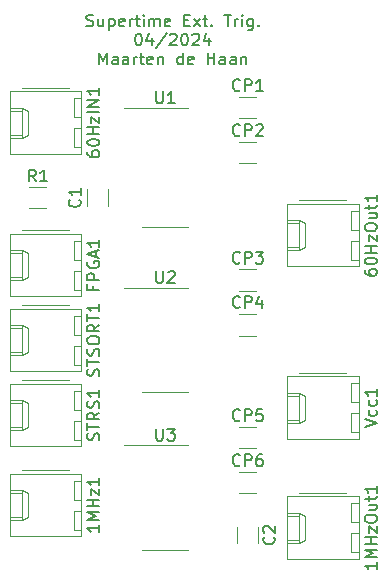
<source format=gbr>
%TF.GenerationSoftware,KiCad,Pcbnew,(6.0.1-0)*%
%TF.CreationDate,2024-04-12T07:51:11-04:00*%
%TF.ProjectId,Supertime External Trigger,53757065-7274-4696-9d65-204578746572,rev?*%
%TF.SameCoordinates,Original*%
%TF.FileFunction,Legend,Top*%
%TF.FilePolarity,Positive*%
%FSLAX46Y46*%
G04 Gerber Fmt 4.6, Leading zero omitted, Abs format (unit mm)*
G04 Created by KiCad (PCBNEW (6.0.1-0)) date 2024-04-12 07:51:11*
%MOMM*%
%LPD*%
G01*
G04 APERTURE LIST*
%ADD10C,0.150000*%
%ADD11C,0.120000*%
G04 APERTURE END LIST*
D10*
X141280476Y-60389761D02*
X141423333Y-60437380D01*
X141661428Y-60437380D01*
X141756666Y-60389761D01*
X141804285Y-60342142D01*
X141851904Y-60246904D01*
X141851904Y-60151666D01*
X141804285Y-60056428D01*
X141756666Y-60008809D01*
X141661428Y-59961190D01*
X141470952Y-59913571D01*
X141375714Y-59865952D01*
X141328095Y-59818333D01*
X141280476Y-59723095D01*
X141280476Y-59627857D01*
X141328095Y-59532619D01*
X141375714Y-59485000D01*
X141470952Y-59437380D01*
X141709047Y-59437380D01*
X141851904Y-59485000D01*
X142709047Y-59770714D02*
X142709047Y-60437380D01*
X142280476Y-59770714D02*
X142280476Y-60294523D01*
X142328095Y-60389761D01*
X142423333Y-60437380D01*
X142566190Y-60437380D01*
X142661428Y-60389761D01*
X142709047Y-60342142D01*
X143185238Y-59770714D02*
X143185238Y-60770714D01*
X143185238Y-59818333D02*
X143280476Y-59770714D01*
X143470952Y-59770714D01*
X143566190Y-59818333D01*
X143613809Y-59865952D01*
X143661428Y-59961190D01*
X143661428Y-60246904D01*
X143613809Y-60342142D01*
X143566190Y-60389761D01*
X143470952Y-60437380D01*
X143280476Y-60437380D01*
X143185238Y-60389761D01*
X144470952Y-60389761D02*
X144375714Y-60437380D01*
X144185238Y-60437380D01*
X144090000Y-60389761D01*
X144042380Y-60294523D01*
X144042380Y-59913571D01*
X144090000Y-59818333D01*
X144185238Y-59770714D01*
X144375714Y-59770714D01*
X144470952Y-59818333D01*
X144518571Y-59913571D01*
X144518571Y-60008809D01*
X144042380Y-60104047D01*
X144947142Y-60437380D02*
X144947142Y-59770714D01*
X144947142Y-59961190D02*
X144994761Y-59865952D01*
X145042380Y-59818333D01*
X145137619Y-59770714D01*
X145232857Y-59770714D01*
X145423333Y-59770714D02*
X145804285Y-59770714D01*
X145566190Y-59437380D02*
X145566190Y-60294523D01*
X145613809Y-60389761D01*
X145709047Y-60437380D01*
X145804285Y-60437380D01*
X146137619Y-60437380D02*
X146137619Y-59770714D01*
X146137619Y-59437380D02*
X146090000Y-59485000D01*
X146137619Y-59532619D01*
X146185238Y-59485000D01*
X146137619Y-59437380D01*
X146137619Y-59532619D01*
X146613809Y-60437380D02*
X146613809Y-59770714D01*
X146613809Y-59865952D02*
X146661428Y-59818333D01*
X146756666Y-59770714D01*
X146899523Y-59770714D01*
X146994761Y-59818333D01*
X147042380Y-59913571D01*
X147042380Y-60437380D01*
X147042380Y-59913571D02*
X147090000Y-59818333D01*
X147185238Y-59770714D01*
X147328095Y-59770714D01*
X147423333Y-59818333D01*
X147470952Y-59913571D01*
X147470952Y-60437380D01*
X148328095Y-60389761D02*
X148232857Y-60437380D01*
X148042380Y-60437380D01*
X147947142Y-60389761D01*
X147899523Y-60294523D01*
X147899523Y-59913571D01*
X147947142Y-59818333D01*
X148042380Y-59770714D01*
X148232857Y-59770714D01*
X148328095Y-59818333D01*
X148375714Y-59913571D01*
X148375714Y-60008809D01*
X147899523Y-60104047D01*
X149566190Y-59913571D02*
X149899523Y-59913571D01*
X150042380Y-60437380D02*
X149566190Y-60437380D01*
X149566190Y-59437380D01*
X150042380Y-59437380D01*
X150375714Y-60437380D02*
X150899523Y-59770714D01*
X150375714Y-59770714D02*
X150899523Y-60437380D01*
X151137619Y-59770714D02*
X151518571Y-59770714D01*
X151280476Y-59437380D02*
X151280476Y-60294523D01*
X151328095Y-60389761D01*
X151423333Y-60437380D01*
X151518571Y-60437380D01*
X151851904Y-60342142D02*
X151899523Y-60389761D01*
X151851904Y-60437380D01*
X151804285Y-60389761D01*
X151851904Y-60342142D01*
X151851904Y-60437380D01*
X152947142Y-59437380D02*
X153518571Y-59437380D01*
X153232857Y-60437380D02*
X153232857Y-59437380D01*
X153851904Y-60437380D02*
X153851904Y-59770714D01*
X153851904Y-59961190D02*
X153899523Y-59865952D01*
X153947142Y-59818333D01*
X154042380Y-59770714D01*
X154137619Y-59770714D01*
X154470952Y-60437380D02*
X154470952Y-59770714D01*
X154470952Y-59437380D02*
X154423333Y-59485000D01*
X154470952Y-59532619D01*
X154518571Y-59485000D01*
X154470952Y-59437380D01*
X154470952Y-59532619D01*
X155375714Y-59770714D02*
X155375714Y-60580238D01*
X155328095Y-60675476D01*
X155280476Y-60723095D01*
X155185238Y-60770714D01*
X155042380Y-60770714D01*
X154947142Y-60723095D01*
X155375714Y-60389761D02*
X155280476Y-60437380D01*
X155090000Y-60437380D01*
X154994761Y-60389761D01*
X154947142Y-60342142D01*
X154899523Y-60246904D01*
X154899523Y-59961190D01*
X154947142Y-59865952D01*
X154994761Y-59818333D01*
X155090000Y-59770714D01*
X155280476Y-59770714D01*
X155375714Y-59818333D01*
X155851904Y-60342142D02*
X155899523Y-60389761D01*
X155851904Y-60437380D01*
X155804285Y-60389761D01*
X155851904Y-60342142D01*
X155851904Y-60437380D01*
X145637619Y-61047380D02*
X145732857Y-61047380D01*
X145828095Y-61095000D01*
X145875714Y-61142619D01*
X145923333Y-61237857D01*
X145970952Y-61428333D01*
X145970952Y-61666428D01*
X145923333Y-61856904D01*
X145875714Y-61952142D01*
X145828095Y-61999761D01*
X145732857Y-62047380D01*
X145637619Y-62047380D01*
X145542380Y-61999761D01*
X145494761Y-61952142D01*
X145447142Y-61856904D01*
X145399523Y-61666428D01*
X145399523Y-61428333D01*
X145447142Y-61237857D01*
X145494761Y-61142619D01*
X145542380Y-61095000D01*
X145637619Y-61047380D01*
X146828095Y-61380714D02*
X146828095Y-62047380D01*
X146590000Y-60999761D02*
X146351904Y-61714047D01*
X146970952Y-61714047D01*
X148066190Y-60999761D02*
X147209047Y-62285476D01*
X148351904Y-61142619D02*
X148399523Y-61095000D01*
X148494761Y-61047380D01*
X148732857Y-61047380D01*
X148828095Y-61095000D01*
X148875714Y-61142619D01*
X148923333Y-61237857D01*
X148923333Y-61333095D01*
X148875714Y-61475952D01*
X148304285Y-62047380D01*
X148923333Y-62047380D01*
X149542380Y-61047380D02*
X149637619Y-61047380D01*
X149732857Y-61095000D01*
X149780476Y-61142619D01*
X149828095Y-61237857D01*
X149875714Y-61428333D01*
X149875714Y-61666428D01*
X149828095Y-61856904D01*
X149780476Y-61952142D01*
X149732857Y-61999761D01*
X149637619Y-62047380D01*
X149542380Y-62047380D01*
X149447142Y-61999761D01*
X149399523Y-61952142D01*
X149351904Y-61856904D01*
X149304285Y-61666428D01*
X149304285Y-61428333D01*
X149351904Y-61237857D01*
X149399523Y-61142619D01*
X149447142Y-61095000D01*
X149542380Y-61047380D01*
X150256666Y-61142619D02*
X150304285Y-61095000D01*
X150399523Y-61047380D01*
X150637619Y-61047380D01*
X150732857Y-61095000D01*
X150780476Y-61142619D01*
X150828095Y-61237857D01*
X150828095Y-61333095D01*
X150780476Y-61475952D01*
X150209047Y-62047380D01*
X150828095Y-62047380D01*
X151685238Y-61380714D02*
X151685238Y-62047380D01*
X151447142Y-60999761D02*
X151209047Y-61714047D01*
X151828095Y-61714047D01*
X142351904Y-63657380D02*
X142351904Y-62657380D01*
X142685238Y-63371666D01*
X143018571Y-62657380D01*
X143018571Y-63657380D01*
X143923333Y-63657380D02*
X143923333Y-63133571D01*
X143875714Y-63038333D01*
X143780476Y-62990714D01*
X143590000Y-62990714D01*
X143494761Y-63038333D01*
X143923333Y-63609761D02*
X143828095Y-63657380D01*
X143590000Y-63657380D01*
X143494761Y-63609761D01*
X143447142Y-63514523D01*
X143447142Y-63419285D01*
X143494761Y-63324047D01*
X143590000Y-63276428D01*
X143828095Y-63276428D01*
X143923333Y-63228809D01*
X144828095Y-63657380D02*
X144828095Y-63133571D01*
X144780476Y-63038333D01*
X144685238Y-62990714D01*
X144494761Y-62990714D01*
X144399523Y-63038333D01*
X144828095Y-63609761D02*
X144732857Y-63657380D01*
X144494761Y-63657380D01*
X144399523Y-63609761D01*
X144351904Y-63514523D01*
X144351904Y-63419285D01*
X144399523Y-63324047D01*
X144494761Y-63276428D01*
X144732857Y-63276428D01*
X144828095Y-63228809D01*
X145304285Y-63657380D02*
X145304285Y-62990714D01*
X145304285Y-63181190D02*
X145351904Y-63085952D01*
X145399523Y-63038333D01*
X145494761Y-62990714D01*
X145590000Y-62990714D01*
X145780476Y-62990714D02*
X146161428Y-62990714D01*
X145923333Y-62657380D02*
X145923333Y-63514523D01*
X145970952Y-63609761D01*
X146066190Y-63657380D01*
X146161428Y-63657380D01*
X146875714Y-63609761D02*
X146780476Y-63657380D01*
X146590000Y-63657380D01*
X146494761Y-63609761D01*
X146447142Y-63514523D01*
X146447142Y-63133571D01*
X146494761Y-63038333D01*
X146590000Y-62990714D01*
X146780476Y-62990714D01*
X146875714Y-63038333D01*
X146923333Y-63133571D01*
X146923333Y-63228809D01*
X146447142Y-63324047D01*
X147351904Y-62990714D02*
X147351904Y-63657380D01*
X147351904Y-63085952D02*
X147399523Y-63038333D01*
X147494761Y-62990714D01*
X147637619Y-62990714D01*
X147732857Y-63038333D01*
X147780476Y-63133571D01*
X147780476Y-63657380D01*
X149447142Y-63657380D02*
X149447142Y-62657380D01*
X149447142Y-63609761D02*
X149351904Y-63657380D01*
X149161428Y-63657380D01*
X149066190Y-63609761D01*
X149018571Y-63562142D01*
X148970952Y-63466904D01*
X148970952Y-63181190D01*
X149018571Y-63085952D01*
X149066190Y-63038333D01*
X149161428Y-62990714D01*
X149351904Y-62990714D01*
X149447142Y-63038333D01*
X150304285Y-63609761D02*
X150209047Y-63657380D01*
X150018571Y-63657380D01*
X149923333Y-63609761D01*
X149875714Y-63514523D01*
X149875714Y-63133571D01*
X149923333Y-63038333D01*
X150018571Y-62990714D01*
X150209047Y-62990714D01*
X150304285Y-63038333D01*
X150351904Y-63133571D01*
X150351904Y-63228809D01*
X149875714Y-63324047D01*
X151542380Y-63657380D02*
X151542380Y-62657380D01*
X151542380Y-63133571D02*
X152113809Y-63133571D01*
X152113809Y-63657380D02*
X152113809Y-62657380D01*
X153018571Y-63657380D02*
X153018571Y-63133571D01*
X152970952Y-63038333D01*
X152875714Y-62990714D01*
X152685238Y-62990714D01*
X152590000Y-63038333D01*
X153018571Y-63609761D02*
X152923333Y-63657380D01*
X152685238Y-63657380D01*
X152590000Y-63609761D01*
X152542380Y-63514523D01*
X152542380Y-63419285D01*
X152590000Y-63324047D01*
X152685238Y-63276428D01*
X152923333Y-63276428D01*
X153018571Y-63228809D01*
X153923333Y-63657380D02*
X153923333Y-63133571D01*
X153875714Y-63038333D01*
X153780476Y-62990714D01*
X153590000Y-62990714D01*
X153494761Y-63038333D01*
X153923333Y-63609761D02*
X153828095Y-63657380D01*
X153590000Y-63657380D01*
X153494761Y-63609761D01*
X153447142Y-63514523D01*
X153447142Y-63419285D01*
X153494761Y-63324047D01*
X153590000Y-63276428D01*
X153828095Y-63276428D01*
X153923333Y-63228809D01*
X154399523Y-62990714D02*
X154399523Y-63657380D01*
X154399523Y-63085952D02*
X154447142Y-63038333D01*
X154542380Y-62990714D01*
X154685238Y-62990714D01*
X154780476Y-63038333D01*
X154828095Y-63133571D01*
X154828095Y-63657380D01*
%TO.C,Vcc1*%
X164862380Y-94376666D02*
X165862380Y-94043333D01*
X164862380Y-93710000D01*
X165814761Y-92948095D02*
X165862380Y-93043333D01*
X165862380Y-93233809D01*
X165814761Y-93329047D01*
X165767142Y-93376666D01*
X165671904Y-93424285D01*
X165386190Y-93424285D01*
X165290952Y-93376666D01*
X165243333Y-93329047D01*
X165195714Y-93233809D01*
X165195714Y-93043333D01*
X165243333Y-92948095D01*
X165814761Y-92090952D02*
X165862380Y-92186190D01*
X165862380Y-92376666D01*
X165814761Y-92471904D01*
X165767142Y-92519523D01*
X165671904Y-92567142D01*
X165386190Y-92567142D01*
X165290952Y-92519523D01*
X165243333Y-92471904D01*
X165195714Y-92376666D01*
X165195714Y-92186190D01*
X165243333Y-92090952D01*
X165862380Y-91138571D02*
X165862380Y-91710000D01*
X165862380Y-91424285D02*
X164862380Y-91424285D01*
X165005238Y-91519523D01*
X165100476Y-91614761D01*
X165148095Y-91710000D01*
%TO.C,STSORT1*%
X142319761Y-90018809D02*
X142367380Y-89875952D01*
X142367380Y-89637857D01*
X142319761Y-89542619D01*
X142272142Y-89495000D01*
X142176904Y-89447380D01*
X142081666Y-89447380D01*
X141986428Y-89495000D01*
X141938809Y-89542619D01*
X141891190Y-89637857D01*
X141843571Y-89828333D01*
X141795952Y-89923571D01*
X141748333Y-89971190D01*
X141653095Y-90018809D01*
X141557857Y-90018809D01*
X141462619Y-89971190D01*
X141415000Y-89923571D01*
X141367380Y-89828333D01*
X141367380Y-89590238D01*
X141415000Y-89447380D01*
X141367380Y-89161666D02*
X141367380Y-88590238D01*
X142367380Y-88875952D02*
X141367380Y-88875952D01*
X142319761Y-88304523D02*
X142367380Y-88161666D01*
X142367380Y-87923571D01*
X142319761Y-87828333D01*
X142272142Y-87780714D01*
X142176904Y-87733095D01*
X142081666Y-87733095D01*
X141986428Y-87780714D01*
X141938809Y-87828333D01*
X141891190Y-87923571D01*
X141843571Y-88114047D01*
X141795952Y-88209285D01*
X141748333Y-88256904D01*
X141653095Y-88304523D01*
X141557857Y-88304523D01*
X141462619Y-88256904D01*
X141415000Y-88209285D01*
X141367380Y-88114047D01*
X141367380Y-87875952D01*
X141415000Y-87733095D01*
X141367380Y-87114047D02*
X141367380Y-86923571D01*
X141415000Y-86828333D01*
X141510238Y-86733095D01*
X141700714Y-86685476D01*
X142034047Y-86685476D01*
X142224523Y-86733095D01*
X142319761Y-86828333D01*
X142367380Y-86923571D01*
X142367380Y-87114047D01*
X142319761Y-87209285D01*
X142224523Y-87304523D01*
X142034047Y-87352142D01*
X141700714Y-87352142D01*
X141510238Y-87304523D01*
X141415000Y-87209285D01*
X141367380Y-87114047D01*
X142367380Y-85685476D02*
X141891190Y-86018809D01*
X142367380Y-86256904D02*
X141367380Y-86256904D01*
X141367380Y-85875952D01*
X141415000Y-85780714D01*
X141462619Y-85733095D01*
X141557857Y-85685476D01*
X141700714Y-85685476D01*
X141795952Y-85733095D01*
X141843571Y-85780714D01*
X141891190Y-85875952D01*
X141891190Y-86256904D01*
X141367380Y-85399761D02*
X141367380Y-84828333D01*
X142367380Y-85114047D02*
X141367380Y-85114047D01*
X142367380Y-83971190D02*
X142367380Y-84542619D01*
X142367380Y-84256904D02*
X141367380Y-84256904D01*
X141510238Y-84352142D01*
X141605476Y-84447380D01*
X141653095Y-84542619D01*
%TO.C,1MHzOut1*%
X165862380Y-105822380D02*
X165862380Y-106393809D01*
X165862380Y-106108095D02*
X164862380Y-106108095D01*
X165005238Y-106203333D01*
X165100476Y-106298571D01*
X165148095Y-106393809D01*
X165862380Y-105393809D02*
X164862380Y-105393809D01*
X165576666Y-105060476D01*
X164862380Y-104727142D01*
X165862380Y-104727142D01*
X165862380Y-104250952D02*
X164862380Y-104250952D01*
X165338571Y-104250952D02*
X165338571Y-103679523D01*
X165862380Y-103679523D02*
X164862380Y-103679523D01*
X165195714Y-103298571D02*
X165195714Y-102774761D01*
X165862380Y-103298571D01*
X165862380Y-102774761D01*
X164862380Y-102203333D02*
X164862380Y-102012857D01*
X164910000Y-101917619D01*
X165005238Y-101822380D01*
X165195714Y-101774761D01*
X165529047Y-101774761D01*
X165719523Y-101822380D01*
X165814761Y-101917619D01*
X165862380Y-102012857D01*
X165862380Y-102203333D01*
X165814761Y-102298571D01*
X165719523Y-102393809D01*
X165529047Y-102441428D01*
X165195714Y-102441428D01*
X165005238Y-102393809D01*
X164910000Y-102298571D01*
X164862380Y-102203333D01*
X165195714Y-100917619D02*
X165862380Y-100917619D01*
X165195714Y-101346190D02*
X165719523Y-101346190D01*
X165814761Y-101298571D01*
X165862380Y-101203333D01*
X165862380Y-101060476D01*
X165814761Y-100965238D01*
X165767142Y-100917619D01*
X165195714Y-100584285D02*
X165195714Y-100203333D01*
X164862380Y-100441428D02*
X165719523Y-100441428D01*
X165814761Y-100393809D01*
X165862380Y-100298571D01*
X165862380Y-100203333D01*
X165862380Y-99346190D02*
X165862380Y-99917619D01*
X165862380Y-99631904D02*
X164862380Y-99631904D01*
X165005238Y-99727142D01*
X165100476Y-99822380D01*
X165148095Y-99917619D01*
%TO.C,STRS1*%
X142319761Y-95464047D02*
X142367380Y-95321190D01*
X142367380Y-95083095D01*
X142319761Y-94987857D01*
X142272142Y-94940238D01*
X142176904Y-94892619D01*
X142081666Y-94892619D01*
X141986428Y-94940238D01*
X141938809Y-94987857D01*
X141891190Y-95083095D01*
X141843571Y-95273571D01*
X141795952Y-95368809D01*
X141748333Y-95416428D01*
X141653095Y-95464047D01*
X141557857Y-95464047D01*
X141462619Y-95416428D01*
X141415000Y-95368809D01*
X141367380Y-95273571D01*
X141367380Y-95035476D01*
X141415000Y-94892619D01*
X141367380Y-94606904D02*
X141367380Y-94035476D01*
X142367380Y-94321190D02*
X141367380Y-94321190D01*
X142367380Y-93130714D02*
X141891190Y-93464047D01*
X142367380Y-93702142D02*
X141367380Y-93702142D01*
X141367380Y-93321190D01*
X141415000Y-93225952D01*
X141462619Y-93178333D01*
X141557857Y-93130714D01*
X141700714Y-93130714D01*
X141795952Y-93178333D01*
X141843571Y-93225952D01*
X141891190Y-93321190D01*
X141891190Y-93702142D01*
X142319761Y-92749761D02*
X142367380Y-92606904D01*
X142367380Y-92368809D01*
X142319761Y-92273571D01*
X142272142Y-92225952D01*
X142176904Y-92178333D01*
X142081666Y-92178333D01*
X141986428Y-92225952D01*
X141938809Y-92273571D01*
X141891190Y-92368809D01*
X141843571Y-92559285D01*
X141795952Y-92654523D01*
X141748333Y-92702142D01*
X141653095Y-92749761D01*
X141557857Y-92749761D01*
X141462619Y-92702142D01*
X141415000Y-92654523D01*
X141367380Y-92559285D01*
X141367380Y-92321190D01*
X141415000Y-92178333D01*
X142367380Y-91225952D02*
X142367380Y-91797380D01*
X142367380Y-91511666D02*
X141367380Y-91511666D01*
X141510238Y-91606904D01*
X141605476Y-91702142D01*
X141653095Y-91797380D01*
%TO.C,FPGA1*%
X141843571Y-82406904D02*
X141843571Y-82740238D01*
X142367380Y-82740238D02*
X141367380Y-82740238D01*
X141367380Y-82264047D01*
X142367380Y-81883095D02*
X141367380Y-81883095D01*
X141367380Y-81502142D01*
X141415000Y-81406904D01*
X141462619Y-81359285D01*
X141557857Y-81311666D01*
X141700714Y-81311666D01*
X141795952Y-81359285D01*
X141843571Y-81406904D01*
X141891190Y-81502142D01*
X141891190Y-81883095D01*
X141415000Y-80359285D02*
X141367380Y-80454523D01*
X141367380Y-80597380D01*
X141415000Y-80740238D01*
X141510238Y-80835476D01*
X141605476Y-80883095D01*
X141795952Y-80930714D01*
X141938809Y-80930714D01*
X142129285Y-80883095D01*
X142224523Y-80835476D01*
X142319761Y-80740238D01*
X142367380Y-80597380D01*
X142367380Y-80502142D01*
X142319761Y-80359285D01*
X142272142Y-80311666D01*
X141938809Y-80311666D01*
X141938809Y-80502142D01*
X142081666Y-79930714D02*
X142081666Y-79454523D01*
X142367380Y-80025952D02*
X141367380Y-79692619D01*
X142367380Y-79359285D01*
X142367380Y-78502142D02*
X142367380Y-79073571D01*
X142367380Y-78787857D02*
X141367380Y-78787857D01*
X141510238Y-78883095D01*
X141605476Y-78978333D01*
X141653095Y-79073571D01*
%TO.C,60HzOut1*%
X164862380Y-81057380D02*
X164862380Y-81247857D01*
X164910000Y-81343095D01*
X164957619Y-81390714D01*
X165100476Y-81485952D01*
X165290952Y-81533571D01*
X165671904Y-81533571D01*
X165767142Y-81485952D01*
X165814761Y-81438333D01*
X165862380Y-81343095D01*
X165862380Y-81152619D01*
X165814761Y-81057380D01*
X165767142Y-81009761D01*
X165671904Y-80962142D01*
X165433809Y-80962142D01*
X165338571Y-81009761D01*
X165290952Y-81057380D01*
X165243333Y-81152619D01*
X165243333Y-81343095D01*
X165290952Y-81438333D01*
X165338571Y-81485952D01*
X165433809Y-81533571D01*
X164862380Y-80343095D02*
X164862380Y-80247857D01*
X164910000Y-80152619D01*
X164957619Y-80105000D01*
X165052857Y-80057380D01*
X165243333Y-80009761D01*
X165481428Y-80009761D01*
X165671904Y-80057380D01*
X165767142Y-80105000D01*
X165814761Y-80152619D01*
X165862380Y-80247857D01*
X165862380Y-80343095D01*
X165814761Y-80438333D01*
X165767142Y-80485952D01*
X165671904Y-80533571D01*
X165481428Y-80581190D01*
X165243333Y-80581190D01*
X165052857Y-80533571D01*
X164957619Y-80485952D01*
X164910000Y-80438333D01*
X164862380Y-80343095D01*
X165862380Y-79581190D02*
X164862380Y-79581190D01*
X165338571Y-79581190D02*
X165338571Y-79009761D01*
X165862380Y-79009761D02*
X164862380Y-79009761D01*
X165195714Y-78628809D02*
X165195714Y-78105000D01*
X165862380Y-78628809D01*
X165862380Y-78105000D01*
X164862380Y-77533571D02*
X164862380Y-77343095D01*
X164910000Y-77247857D01*
X165005238Y-77152619D01*
X165195714Y-77105000D01*
X165529047Y-77105000D01*
X165719523Y-77152619D01*
X165814761Y-77247857D01*
X165862380Y-77343095D01*
X165862380Y-77533571D01*
X165814761Y-77628809D01*
X165719523Y-77724047D01*
X165529047Y-77771666D01*
X165195714Y-77771666D01*
X165005238Y-77724047D01*
X164910000Y-77628809D01*
X164862380Y-77533571D01*
X165195714Y-76247857D02*
X165862380Y-76247857D01*
X165195714Y-76676428D02*
X165719523Y-76676428D01*
X165814761Y-76628809D01*
X165862380Y-76533571D01*
X165862380Y-76390714D01*
X165814761Y-76295476D01*
X165767142Y-76247857D01*
X165195714Y-75914523D02*
X165195714Y-75533571D01*
X164862380Y-75771666D02*
X165719523Y-75771666D01*
X165814761Y-75724047D01*
X165862380Y-75628809D01*
X165862380Y-75533571D01*
X165862380Y-74676428D02*
X165862380Y-75247857D01*
X165862380Y-74962142D02*
X164862380Y-74962142D01*
X165005238Y-75057380D01*
X165100476Y-75152619D01*
X165148095Y-75247857D01*
%TO.C,60HzIN1*%
X141367380Y-71032380D02*
X141367380Y-71222857D01*
X141415000Y-71318095D01*
X141462619Y-71365714D01*
X141605476Y-71460952D01*
X141795952Y-71508571D01*
X142176904Y-71508571D01*
X142272142Y-71460952D01*
X142319761Y-71413333D01*
X142367380Y-71318095D01*
X142367380Y-71127619D01*
X142319761Y-71032380D01*
X142272142Y-70984761D01*
X142176904Y-70937142D01*
X141938809Y-70937142D01*
X141843571Y-70984761D01*
X141795952Y-71032380D01*
X141748333Y-71127619D01*
X141748333Y-71318095D01*
X141795952Y-71413333D01*
X141843571Y-71460952D01*
X141938809Y-71508571D01*
X141367380Y-70318095D02*
X141367380Y-70222857D01*
X141415000Y-70127619D01*
X141462619Y-70080000D01*
X141557857Y-70032380D01*
X141748333Y-69984761D01*
X141986428Y-69984761D01*
X142176904Y-70032380D01*
X142272142Y-70080000D01*
X142319761Y-70127619D01*
X142367380Y-70222857D01*
X142367380Y-70318095D01*
X142319761Y-70413333D01*
X142272142Y-70460952D01*
X142176904Y-70508571D01*
X141986428Y-70556190D01*
X141748333Y-70556190D01*
X141557857Y-70508571D01*
X141462619Y-70460952D01*
X141415000Y-70413333D01*
X141367380Y-70318095D01*
X142367380Y-69556190D02*
X141367380Y-69556190D01*
X141843571Y-69556190D02*
X141843571Y-68984761D01*
X142367380Y-68984761D02*
X141367380Y-68984761D01*
X141700714Y-68603809D02*
X141700714Y-68080000D01*
X142367380Y-68603809D01*
X142367380Y-68080000D01*
X142367380Y-67699047D02*
X141367380Y-67699047D01*
X142367380Y-67222857D02*
X141367380Y-67222857D01*
X142367380Y-66651428D01*
X141367380Y-66651428D01*
X142367380Y-65651428D02*
X142367380Y-66222857D01*
X142367380Y-65937142D02*
X141367380Y-65937142D01*
X141510238Y-66032380D01*
X141605476Y-66127619D01*
X141653095Y-66222857D01*
%TO.C,1MHz1*%
X142367380Y-102655476D02*
X142367380Y-103226904D01*
X142367380Y-102941190D02*
X141367380Y-102941190D01*
X141510238Y-103036428D01*
X141605476Y-103131666D01*
X141653095Y-103226904D01*
X142367380Y-102226904D02*
X141367380Y-102226904D01*
X142081666Y-101893571D01*
X141367380Y-101560238D01*
X142367380Y-101560238D01*
X142367380Y-101084047D02*
X141367380Y-101084047D01*
X141843571Y-101084047D02*
X141843571Y-100512619D01*
X142367380Y-100512619D02*
X141367380Y-100512619D01*
X141700714Y-100131666D02*
X141700714Y-99607857D01*
X142367380Y-100131666D01*
X142367380Y-99607857D01*
X142367380Y-98703095D02*
X142367380Y-99274523D01*
X142367380Y-98988809D02*
X141367380Y-98988809D01*
X141510238Y-99084047D01*
X141605476Y-99179285D01*
X141653095Y-99274523D01*
%TO.C,CP6*%
X154273333Y-97567142D02*
X154225714Y-97614761D01*
X154082857Y-97662380D01*
X153987619Y-97662380D01*
X153844761Y-97614761D01*
X153749523Y-97519523D01*
X153701904Y-97424285D01*
X153654285Y-97233809D01*
X153654285Y-97090952D01*
X153701904Y-96900476D01*
X153749523Y-96805238D01*
X153844761Y-96710000D01*
X153987619Y-96662380D01*
X154082857Y-96662380D01*
X154225714Y-96710000D01*
X154273333Y-96757619D01*
X154701904Y-97662380D02*
X154701904Y-96662380D01*
X155082857Y-96662380D01*
X155178095Y-96710000D01*
X155225714Y-96757619D01*
X155273333Y-96852857D01*
X155273333Y-96995714D01*
X155225714Y-97090952D01*
X155178095Y-97138571D01*
X155082857Y-97186190D01*
X154701904Y-97186190D01*
X156130476Y-96662380D02*
X155940000Y-96662380D01*
X155844761Y-96710000D01*
X155797142Y-96757619D01*
X155701904Y-96900476D01*
X155654285Y-97090952D01*
X155654285Y-97471904D01*
X155701904Y-97567142D01*
X155749523Y-97614761D01*
X155844761Y-97662380D01*
X156035238Y-97662380D01*
X156130476Y-97614761D01*
X156178095Y-97567142D01*
X156225714Y-97471904D01*
X156225714Y-97233809D01*
X156178095Y-97138571D01*
X156130476Y-97090952D01*
X156035238Y-97043333D01*
X155844761Y-97043333D01*
X155749523Y-97090952D01*
X155701904Y-97138571D01*
X155654285Y-97233809D01*
%TO.C,CP4*%
X154273333Y-84177142D02*
X154225714Y-84224761D01*
X154082857Y-84272380D01*
X153987619Y-84272380D01*
X153844761Y-84224761D01*
X153749523Y-84129523D01*
X153701904Y-84034285D01*
X153654285Y-83843809D01*
X153654285Y-83700952D01*
X153701904Y-83510476D01*
X153749523Y-83415238D01*
X153844761Y-83320000D01*
X153987619Y-83272380D01*
X154082857Y-83272380D01*
X154225714Y-83320000D01*
X154273333Y-83367619D01*
X154701904Y-84272380D02*
X154701904Y-83272380D01*
X155082857Y-83272380D01*
X155178095Y-83320000D01*
X155225714Y-83367619D01*
X155273333Y-83462857D01*
X155273333Y-83605714D01*
X155225714Y-83700952D01*
X155178095Y-83748571D01*
X155082857Y-83796190D01*
X154701904Y-83796190D01*
X156130476Y-83605714D02*
X156130476Y-84272380D01*
X155892380Y-83224761D02*
X155654285Y-83939047D01*
X156273333Y-83939047D01*
%TO.C,C2*%
X157147142Y-103671666D02*
X157194761Y-103719285D01*
X157242380Y-103862142D01*
X157242380Y-103957380D01*
X157194761Y-104100238D01*
X157099523Y-104195476D01*
X157004285Y-104243095D01*
X156813809Y-104290714D01*
X156670952Y-104290714D01*
X156480476Y-104243095D01*
X156385238Y-104195476D01*
X156290000Y-104100238D01*
X156242380Y-103957380D01*
X156242380Y-103862142D01*
X156290000Y-103719285D01*
X156337619Y-103671666D01*
X156337619Y-103290714D02*
X156290000Y-103243095D01*
X156242380Y-103147857D01*
X156242380Y-102909761D01*
X156290000Y-102814523D01*
X156337619Y-102766904D01*
X156432857Y-102719285D01*
X156528095Y-102719285D01*
X156670952Y-102766904D01*
X157242380Y-103338333D01*
X157242380Y-102719285D01*
%TO.C,C1*%
X140692142Y-75096666D02*
X140739761Y-75144285D01*
X140787380Y-75287142D01*
X140787380Y-75382380D01*
X140739761Y-75525238D01*
X140644523Y-75620476D01*
X140549285Y-75668095D01*
X140358809Y-75715714D01*
X140215952Y-75715714D01*
X140025476Y-75668095D01*
X139930238Y-75620476D01*
X139835000Y-75525238D01*
X139787380Y-75382380D01*
X139787380Y-75287142D01*
X139835000Y-75144285D01*
X139882619Y-75096666D01*
X140787380Y-74144285D02*
X140787380Y-74715714D01*
X140787380Y-74430000D02*
X139787380Y-74430000D01*
X139930238Y-74525238D01*
X140025476Y-74620476D01*
X140073095Y-74715714D01*
%TO.C,U3*%
X147193095Y-94502380D02*
X147193095Y-95311904D01*
X147240714Y-95407142D01*
X147288333Y-95454761D01*
X147383571Y-95502380D01*
X147574047Y-95502380D01*
X147669285Y-95454761D01*
X147716904Y-95407142D01*
X147764523Y-95311904D01*
X147764523Y-94502380D01*
X148145476Y-94502380D02*
X148764523Y-94502380D01*
X148431190Y-94883333D01*
X148574047Y-94883333D01*
X148669285Y-94930952D01*
X148716904Y-94978571D01*
X148764523Y-95073809D01*
X148764523Y-95311904D01*
X148716904Y-95407142D01*
X148669285Y-95454761D01*
X148574047Y-95502380D01*
X148288333Y-95502380D01*
X148193095Y-95454761D01*
X148145476Y-95407142D01*
%TO.C,R1*%
X136993333Y-73562380D02*
X136660000Y-73086190D01*
X136421904Y-73562380D02*
X136421904Y-72562380D01*
X136802857Y-72562380D01*
X136898095Y-72610000D01*
X136945714Y-72657619D01*
X136993333Y-72752857D01*
X136993333Y-72895714D01*
X136945714Y-72990952D01*
X136898095Y-73038571D01*
X136802857Y-73086190D01*
X136421904Y-73086190D01*
X137945714Y-73562380D02*
X137374285Y-73562380D01*
X137660000Y-73562380D02*
X137660000Y-72562380D01*
X137564761Y-72705238D01*
X137469523Y-72800476D01*
X137374285Y-72848095D01*
%TO.C,CP1*%
X154273333Y-65817142D02*
X154225714Y-65864761D01*
X154082857Y-65912380D01*
X153987619Y-65912380D01*
X153844761Y-65864761D01*
X153749523Y-65769523D01*
X153701904Y-65674285D01*
X153654285Y-65483809D01*
X153654285Y-65340952D01*
X153701904Y-65150476D01*
X153749523Y-65055238D01*
X153844761Y-64960000D01*
X153987619Y-64912380D01*
X154082857Y-64912380D01*
X154225714Y-64960000D01*
X154273333Y-65007619D01*
X154701904Y-65912380D02*
X154701904Y-64912380D01*
X155082857Y-64912380D01*
X155178095Y-64960000D01*
X155225714Y-65007619D01*
X155273333Y-65102857D01*
X155273333Y-65245714D01*
X155225714Y-65340952D01*
X155178095Y-65388571D01*
X155082857Y-65436190D01*
X154701904Y-65436190D01*
X156225714Y-65912380D02*
X155654285Y-65912380D01*
X155940000Y-65912380D02*
X155940000Y-64912380D01*
X155844761Y-65055238D01*
X155749523Y-65150476D01*
X155654285Y-65198095D01*
%TO.C,CP2*%
X154273333Y-69627142D02*
X154225714Y-69674761D01*
X154082857Y-69722380D01*
X153987619Y-69722380D01*
X153844761Y-69674761D01*
X153749523Y-69579523D01*
X153701904Y-69484285D01*
X153654285Y-69293809D01*
X153654285Y-69150952D01*
X153701904Y-68960476D01*
X153749523Y-68865238D01*
X153844761Y-68770000D01*
X153987619Y-68722380D01*
X154082857Y-68722380D01*
X154225714Y-68770000D01*
X154273333Y-68817619D01*
X154701904Y-69722380D02*
X154701904Y-68722380D01*
X155082857Y-68722380D01*
X155178095Y-68770000D01*
X155225714Y-68817619D01*
X155273333Y-68912857D01*
X155273333Y-69055714D01*
X155225714Y-69150952D01*
X155178095Y-69198571D01*
X155082857Y-69246190D01*
X154701904Y-69246190D01*
X155654285Y-68817619D02*
X155701904Y-68770000D01*
X155797142Y-68722380D01*
X156035238Y-68722380D01*
X156130476Y-68770000D01*
X156178095Y-68817619D01*
X156225714Y-68912857D01*
X156225714Y-69008095D01*
X156178095Y-69150952D01*
X155606666Y-69722380D01*
X156225714Y-69722380D01*
%TO.C,CP3*%
X154273333Y-80422142D02*
X154225714Y-80469761D01*
X154082857Y-80517380D01*
X153987619Y-80517380D01*
X153844761Y-80469761D01*
X153749523Y-80374523D01*
X153701904Y-80279285D01*
X153654285Y-80088809D01*
X153654285Y-79945952D01*
X153701904Y-79755476D01*
X153749523Y-79660238D01*
X153844761Y-79565000D01*
X153987619Y-79517380D01*
X154082857Y-79517380D01*
X154225714Y-79565000D01*
X154273333Y-79612619D01*
X154701904Y-80517380D02*
X154701904Y-79517380D01*
X155082857Y-79517380D01*
X155178095Y-79565000D01*
X155225714Y-79612619D01*
X155273333Y-79707857D01*
X155273333Y-79850714D01*
X155225714Y-79945952D01*
X155178095Y-79993571D01*
X155082857Y-80041190D01*
X154701904Y-80041190D01*
X155606666Y-79517380D02*
X156225714Y-79517380D01*
X155892380Y-79898333D01*
X156035238Y-79898333D01*
X156130476Y-79945952D01*
X156178095Y-79993571D01*
X156225714Y-80088809D01*
X156225714Y-80326904D01*
X156178095Y-80422142D01*
X156130476Y-80469761D01*
X156035238Y-80517380D01*
X155749523Y-80517380D01*
X155654285Y-80469761D01*
X155606666Y-80422142D01*
%TO.C,U1*%
X147193095Y-65942380D02*
X147193095Y-66751904D01*
X147240714Y-66847142D01*
X147288333Y-66894761D01*
X147383571Y-66942380D01*
X147574047Y-66942380D01*
X147669285Y-66894761D01*
X147716904Y-66847142D01*
X147764523Y-66751904D01*
X147764523Y-65942380D01*
X148764523Y-66942380D02*
X148193095Y-66942380D01*
X148478809Y-66942380D02*
X148478809Y-65942380D01*
X148383571Y-66085238D01*
X148288333Y-66180476D01*
X148193095Y-66228095D01*
%TO.C,U2*%
X147193095Y-81167380D02*
X147193095Y-81976904D01*
X147240714Y-82072142D01*
X147288333Y-82119761D01*
X147383571Y-82167380D01*
X147574047Y-82167380D01*
X147669285Y-82119761D01*
X147716904Y-82072142D01*
X147764523Y-81976904D01*
X147764523Y-81167380D01*
X148193095Y-81262619D02*
X148240714Y-81215000D01*
X148335952Y-81167380D01*
X148574047Y-81167380D01*
X148669285Y-81215000D01*
X148716904Y-81262619D01*
X148764523Y-81357857D01*
X148764523Y-81453095D01*
X148716904Y-81595952D01*
X148145476Y-82167380D01*
X148764523Y-82167380D01*
%TO.C,CP5*%
X154273333Y-93757142D02*
X154225714Y-93804761D01*
X154082857Y-93852380D01*
X153987619Y-93852380D01*
X153844761Y-93804761D01*
X153749523Y-93709523D01*
X153701904Y-93614285D01*
X153654285Y-93423809D01*
X153654285Y-93280952D01*
X153701904Y-93090476D01*
X153749523Y-92995238D01*
X153844761Y-92900000D01*
X153987619Y-92852380D01*
X154082857Y-92852380D01*
X154225714Y-92900000D01*
X154273333Y-92947619D01*
X154701904Y-93852380D02*
X154701904Y-92852380D01*
X155082857Y-92852380D01*
X155178095Y-92900000D01*
X155225714Y-92947619D01*
X155273333Y-93042857D01*
X155273333Y-93185714D01*
X155225714Y-93280952D01*
X155178095Y-93328571D01*
X155082857Y-93376190D01*
X154701904Y-93376190D01*
X156178095Y-92852380D02*
X155701904Y-92852380D01*
X155654285Y-93328571D01*
X155701904Y-93280952D01*
X155797142Y-93233333D01*
X156035238Y-93233333D01*
X156130476Y-93280952D01*
X156178095Y-93328571D01*
X156225714Y-93423809D01*
X156225714Y-93661904D01*
X156178095Y-93757142D01*
X156130476Y-93804761D01*
X156035238Y-93852380D01*
X155797142Y-93852380D01*
X155701904Y-93804761D01*
X155654285Y-93757142D01*
D11*
%TO.C,Vcc1*%
X158300000Y-90060000D02*
X158300000Y-95360000D01*
X163720000Y-92240000D02*
X164320000Y-92240000D01*
X163290000Y-89770000D02*
X159290000Y-89770000D01*
X164320000Y-90060000D02*
X158300000Y-90060000D01*
X164320000Y-93180000D02*
X163720000Y-93180000D01*
X159300000Y-93980000D02*
X158300000Y-93980000D01*
X158300000Y-93730000D02*
X159300000Y-93730000D01*
X163720000Y-90640000D02*
X163720000Y-92240000D01*
X163720000Y-93180000D02*
X163720000Y-94780000D01*
X159830000Y-93730000D02*
X159300000Y-93980000D01*
X159300000Y-91440000D02*
X159300000Y-93980000D01*
X158300000Y-91440000D02*
X159300000Y-91440000D01*
X158300000Y-91690000D02*
X159300000Y-91690000D01*
X159300000Y-91440000D02*
X159830000Y-91690000D01*
X164320000Y-95360000D02*
X164320000Y-90060000D01*
X164320000Y-90640000D02*
X163720000Y-90640000D01*
X158300000Y-95360000D02*
X164320000Y-95360000D01*
X163720000Y-94780000D02*
X164320000Y-94780000D01*
X159830000Y-91690000D02*
X159830000Y-93730000D01*
%TO.C,STSORT1*%
X134805000Y-84345000D02*
X134805000Y-89645000D01*
X140225000Y-86525000D02*
X140825000Y-86525000D01*
X139795000Y-84055000D02*
X135795000Y-84055000D01*
X140825000Y-84345000D02*
X134805000Y-84345000D01*
X140825000Y-87465000D02*
X140225000Y-87465000D01*
X135805000Y-88265000D02*
X134805000Y-88265000D01*
X134805000Y-88015000D02*
X135805000Y-88015000D01*
X140225000Y-84925000D02*
X140225000Y-86525000D01*
X140225000Y-87465000D02*
X140225000Y-89065000D01*
X136335000Y-88015000D02*
X135805000Y-88265000D01*
X135805000Y-85725000D02*
X135805000Y-88265000D01*
X134805000Y-85725000D02*
X135805000Y-85725000D01*
X134805000Y-85975000D02*
X135805000Y-85975000D01*
X135805000Y-85725000D02*
X136335000Y-85975000D01*
X140825000Y-89645000D02*
X140825000Y-84345000D01*
X140825000Y-84925000D02*
X140225000Y-84925000D01*
X134805000Y-89645000D02*
X140825000Y-89645000D01*
X140225000Y-89065000D02*
X140825000Y-89065000D01*
X136335000Y-85975000D02*
X136335000Y-88015000D01*
%TO.C,1MHzOut1*%
X158300000Y-100220000D02*
X158300000Y-105520000D01*
X163720000Y-102400000D02*
X164320000Y-102400000D01*
X163290000Y-99930000D02*
X159290000Y-99930000D01*
X164320000Y-100220000D02*
X158300000Y-100220000D01*
X164320000Y-103340000D02*
X163720000Y-103340000D01*
X159300000Y-104140000D02*
X158300000Y-104140000D01*
X158300000Y-103890000D02*
X159300000Y-103890000D01*
X163720000Y-100800000D02*
X163720000Y-102400000D01*
X163720000Y-103340000D02*
X163720000Y-104940000D01*
X159830000Y-103890000D02*
X159300000Y-104140000D01*
X159300000Y-101600000D02*
X159300000Y-104140000D01*
X158300000Y-101600000D02*
X159300000Y-101600000D01*
X158300000Y-101850000D02*
X159300000Y-101850000D01*
X159300000Y-101600000D02*
X159830000Y-101850000D01*
X164320000Y-105520000D02*
X164320000Y-100220000D01*
X164320000Y-100800000D02*
X163720000Y-100800000D01*
X158300000Y-105520000D02*
X164320000Y-105520000D01*
X163720000Y-104940000D02*
X164320000Y-104940000D01*
X159830000Y-101850000D02*
X159830000Y-103890000D01*
%TO.C,STRS1*%
X134805000Y-90695000D02*
X134805000Y-95995000D01*
X140225000Y-92875000D02*
X140825000Y-92875000D01*
X139795000Y-90405000D02*
X135795000Y-90405000D01*
X140825000Y-90695000D02*
X134805000Y-90695000D01*
X140825000Y-93815000D02*
X140225000Y-93815000D01*
X135805000Y-94615000D02*
X134805000Y-94615000D01*
X134805000Y-94365000D02*
X135805000Y-94365000D01*
X140225000Y-91275000D02*
X140225000Y-92875000D01*
X140225000Y-93815000D02*
X140225000Y-95415000D01*
X136335000Y-94365000D02*
X135805000Y-94615000D01*
X135805000Y-92075000D02*
X135805000Y-94615000D01*
X134805000Y-92075000D02*
X135805000Y-92075000D01*
X134805000Y-92325000D02*
X135805000Y-92325000D01*
X135805000Y-92075000D02*
X136335000Y-92325000D01*
X140825000Y-95995000D02*
X140825000Y-90695000D01*
X140825000Y-91275000D02*
X140225000Y-91275000D01*
X134805000Y-95995000D02*
X140825000Y-95995000D01*
X140225000Y-95415000D02*
X140825000Y-95415000D01*
X136335000Y-92325000D02*
X136335000Y-94365000D01*
%TO.C,FPGA1*%
X134805000Y-77995000D02*
X134805000Y-83295000D01*
X140225000Y-80175000D02*
X140825000Y-80175000D01*
X139795000Y-77705000D02*
X135795000Y-77705000D01*
X140825000Y-77995000D02*
X134805000Y-77995000D01*
X140825000Y-81115000D02*
X140225000Y-81115000D01*
X135805000Y-81915000D02*
X134805000Y-81915000D01*
X134805000Y-81665000D02*
X135805000Y-81665000D01*
X140225000Y-78575000D02*
X140225000Y-80175000D01*
X140225000Y-81115000D02*
X140225000Y-82715000D01*
X136335000Y-81665000D02*
X135805000Y-81915000D01*
X135805000Y-79375000D02*
X135805000Y-81915000D01*
X134805000Y-79375000D02*
X135805000Y-79375000D01*
X134805000Y-79625000D02*
X135805000Y-79625000D01*
X135805000Y-79375000D02*
X136335000Y-79625000D01*
X140825000Y-83295000D02*
X140825000Y-77995000D01*
X140825000Y-78575000D02*
X140225000Y-78575000D01*
X134805000Y-83295000D02*
X140825000Y-83295000D01*
X140225000Y-82715000D02*
X140825000Y-82715000D01*
X136335000Y-79625000D02*
X136335000Y-81665000D01*
%TO.C,60HzOut1*%
X159830000Y-77085000D02*
X159830000Y-79125000D01*
X163720000Y-80175000D02*
X164320000Y-80175000D01*
X158300000Y-80755000D02*
X164320000Y-80755000D01*
X164320000Y-76035000D02*
X163720000Y-76035000D01*
X164320000Y-80755000D02*
X164320000Y-75455000D01*
X159300000Y-76835000D02*
X159830000Y-77085000D01*
X158300000Y-77085000D02*
X159300000Y-77085000D01*
X158300000Y-76835000D02*
X159300000Y-76835000D01*
X159300000Y-76835000D02*
X159300000Y-79375000D01*
X159830000Y-79125000D02*
X159300000Y-79375000D01*
X163720000Y-78575000D02*
X163720000Y-80175000D01*
X163720000Y-76035000D02*
X163720000Y-77635000D01*
X158300000Y-79125000D02*
X159300000Y-79125000D01*
X159300000Y-79375000D02*
X158300000Y-79375000D01*
X164320000Y-78575000D02*
X163720000Y-78575000D01*
X164320000Y-75455000D02*
X158300000Y-75455000D01*
X163290000Y-75165000D02*
X159290000Y-75165000D01*
X163720000Y-77635000D02*
X164320000Y-77635000D01*
X158300000Y-75455000D02*
X158300000Y-80755000D01*
%TO.C,60HzIN1*%
X134805000Y-65930000D02*
X134805000Y-71230000D01*
X140225000Y-68110000D02*
X140825000Y-68110000D01*
X139795000Y-65640000D02*
X135795000Y-65640000D01*
X140825000Y-65930000D02*
X134805000Y-65930000D01*
X140825000Y-69050000D02*
X140225000Y-69050000D01*
X135805000Y-69850000D02*
X134805000Y-69850000D01*
X134805000Y-69600000D02*
X135805000Y-69600000D01*
X140225000Y-66510000D02*
X140225000Y-68110000D01*
X140225000Y-69050000D02*
X140225000Y-70650000D01*
X136335000Y-69600000D02*
X135805000Y-69850000D01*
X135805000Y-67310000D02*
X135805000Y-69850000D01*
X134805000Y-67310000D02*
X135805000Y-67310000D01*
X134805000Y-67560000D02*
X135805000Y-67560000D01*
X135805000Y-67310000D02*
X136335000Y-67560000D01*
X140825000Y-71230000D02*
X140825000Y-65930000D01*
X140825000Y-66510000D02*
X140225000Y-66510000D01*
X134805000Y-71230000D02*
X140825000Y-71230000D01*
X140225000Y-70650000D02*
X140825000Y-70650000D01*
X136335000Y-67560000D02*
X136335000Y-69600000D01*
%TO.C,1MHz1*%
X134805000Y-98315000D02*
X134805000Y-103615000D01*
X140225000Y-100495000D02*
X140825000Y-100495000D01*
X139795000Y-98025000D02*
X135795000Y-98025000D01*
X140825000Y-98315000D02*
X134805000Y-98315000D01*
X140825000Y-101435000D02*
X140225000Y-101435000D01*
X135805000Y-102235000D02*
X134805000Y-102235000D01*
X134805000Y-101985000D02*
X135805000Y-101985000D01*
X140225000Y-98895000D02*
X140225000Y-100495000D01*
X140225000Y-101435000D02*
X140225000Y-103035000D01*
X136335000Y-101985000D02*
X135805000Y-102235000D01*
X135805000Y-99695000D02*
X135805000Y-102235000D01*
X134805000Y-99695000D02*
X135805000Y-99695000D01*
X134805000Y-99945000D02*
X135805000Y-99945000D01*
X135805000Y-99695000D02*
X136335000Y-99945000D01*
X140825000Y-103615000D02*
X140825000Y-98315000D01*
X140825000Y-98895000D02*
X140225000Y-98895000D01*
X134805000Y-103615000D02*
X140825000Y-103615000D01*
X140225000Y-103035000D02*
X140825000Y-103035000D01*
X136335000Y-99945000D02*
X136335000Y-101985000D01*
%TO.C,CP6*%
X154228748Y-98150000D02*
X155651252Y-98150000D01*
X154228748Y-99970000D02*
X155651252Y-99970000D01*
%TO.C,CP4*%
X154228748Y-84815000D02*
X155651252Y-84815000D01*
X154228748Y-86635000D02*
X155651252Y-86635000D01*
%TO.C,C2*%
X155850000Y-102793748D02*
X155850000Y-104216252D01*
X154030000Y-102793748D02*
X154030000Y-104216252D01*
%TO.C,C1*%
X141330000Y-74218748D02*
X141330000Y-75641252D01*
X143150000Y-74218748D02*
X143150000Y-75641252D01*
%TO.C,U3*%
X147955000Y-104765000D02*
X149905000Y-104765000D01*
X147955000Y-95895000D02*
X149905000Y-95895000D01*
X147955000Y-104765000D02*
X146005000Y-104765000D01*
X147955000Y-95895000D02*
X144505000Y-95895000D01*
%TO.C,R1*%
X136432936Y-75840000D02*
X137887064Y-75840000D01*
X136432936Y-74020000D02*
X137887064Y-74020000D01*
%TO.C,CP1*%
X154228748Y-68220000D02*
X155651252Y-68220000D01*
X154228748Y-66400000D02*
X155651252Y-66400000D01*
%TO.C,CP2*%
X154228748Y-72030000D02*
X155651252Y-72030000D01*
X154228748Y-70210000D02*
X155651252Y-70210000D01*
%TO.C,CP3*%
X154228748Y-81005000D02*
X155651252Y-81005000D01*
X154228748Y-82825000D02*
X155651252Y-82825000D01*
%TO.C,U1*%
X147955000Y-77450000D02*
X149905000Y-77450000D01*
X147955000Y-77450000D02*
X146005000Y-77450000D01*
X147955000Y-67330000D02*
X149905000Y-67330000D01*
X147955000Y-67330000D02*
X144505000Y-67330000D01*
%TO.C,U2*%
X147955000Y-91430000D02*
X149905000Y-91430000D01*
X147955000Y-91430000D02*
X146005000Y-91430000D01*
X147955000Y-82560000D02*
X149905000Y-82560000D01*
X147955000Y-82560000D02*
X144505000Y-82560000D01*
%TO.C,CP5*%
X154228748Y-94340000D02*
X155651252Y-94340000D01*
X154228748Y-96160000D02*
X155651252Y-96160000D01*
%TD*%
M02*

</source>
